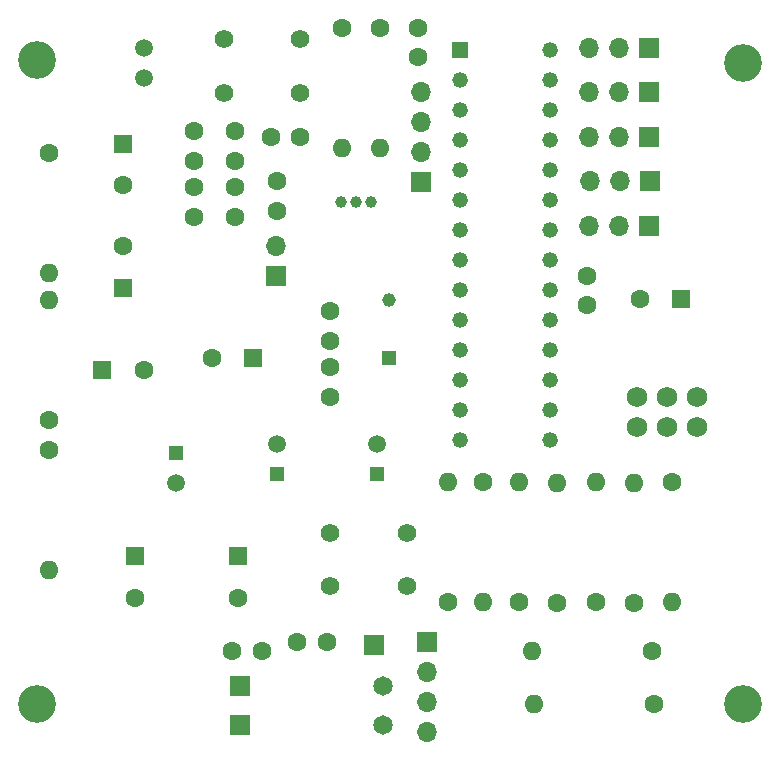
<source format=gbr>
%TF.GenerationSoftware,KiCad,Pcbnew,8.0.5*%
%TF.CreationDate,2024-09-27T23:03:38+12:00*%
%TF.ProjectId,LFR Blake Design 1,4c465220-426c-4616-9b65-204465736967,3*%
%TF.SameCoordinates,Original*%
%TF.FileFunction,Soldermask,Bot*%
%TF.FilePolarity,Negative*%
%FSLAX46Y46*%
G04 Gerber Fmt 4.6, Leading zero omitted, Abs format (unit mm)*
G04 Created by KiCad (PCBNEW 8.0.5) date 2024-09-27 23:03:38*
%MOMM*%
%LPD*%
G01*
G04 APERTURE LIST*
%ADD10C,1.600000*%
%ADD11R,1.600000X1.600000*%
%ADD12R,1.700000X1.700000*%
%ADD13O,1.700000X1.700000*%
%ADD14R,1.200000X1.200000*%
%ADD15C,1.500000*%
%ADD16R,1.651000X1.651000*%
%ADD17C,1.651000*%
%ADD18O,1.600000X1.600000*%
%ADD19C,3.200000*%
%ADD20C,1.575000*%
%ADD21R,1.155000X1.155000*%
%ADD22C,1.155000*%
%ADD23R,1.320800X1.320800*%
%ADD24C,1.320800*%
%ADD25C,1.000000*%
%ADD26C,1.752600*%
G04 APERTURE END LIST*
D10*
%TO.C,C19*%
X155250000Y-114250000D03*
X152750000Y-114250000D03*
%TD*%
D11*
%TO.C,EC17*%
X154500000Y-89500000D03*
D10*
X151000000Y-89500000D03*
%TD*%
D12*
%TO.C,J7*%
X188025000Y-78250000D03*
D13*
X185485000Y-78250000D03*
X182945000Y-78250000D03*
%TD*%
D14*
%TO.C,D2*%
X148000000Y-97500000D03*
D15*
X148000000Y-100040000D03*
%TD*%
D16*
%TO.C,D9*%
X153403300Y-120500000D03*
D17*
X165493700Y-120500000D03*
%TD*%
D10*
%TO.C,R2*%
X137250000Y-94750000D03*
D18*
X137250000Y-84590000D03*
%TD*%
D19*
%TO.C,H2*%
X196000000Y-64500000D03*
%TD*%
D10*
%TO.C,R4*%
X171000000Y-110160000D03*
D18*
X171000000Y-100000000D03*
%TD*%
D16*
%TO.C,D8*%
X153403300Y-117250000D03*
D17*
X165493700Y-117250000D03*
%TD*%
D19*
%TO.C,H4*%
X196000000Y-118750000D03*
%TD*%
D10*
%TO.C,C2*%
X156500000Y-77000000D03*
X156500000Y-74500000D03*
%TD*%
D11*
%TO.C,EC20*%
X153250000Y-106250000D03*
D10*
X153250000Y-109750000D03*
%TD*%
D11*
%TO.C,EC16*%
X143500000Y-71347349D03*
D10*
X143500000Y-74847349D03*
%TD*%
%TO.C,C5*%
X153000000Y-72750000D03*
X153000000Y-70250000D03*
%TD*%
%TO.C,R5*%
X177000000Y-110160000D03*
D18*
X177000000Y-100000000D03*
%TD*%
D10*
%TO.C,R9*%
X165250000Y-61500000D03*
D18*
X165250000Y-71660000D03*
%TD*%
D10*
%TO.C,R12*%
X174000000Y-100000000D03*
D18*
X174000000Y-110160000D03*
%TD*%
D19*
%TO.C,H1*%
X136250000Y-64250000D03*
%TD*%
D10*
%TO.C,R11*%
X190000000Y-100000000D03*
D18*
X190000000Y-110160000D03*
%TD*%
D20*
%TO.C,S1*%
X161000000Y-108750000D03*
X167500000Y-108750000D03*
X167500000Y-104250000D03*
X161000000Y-104250000D03*
%TD*%
D10*
%TO.C,R10*%
X183500000Y-110160000D03*
D18*
X183500000Y-100000000D03*
%TD*%
D10*
%TO.C,R8*%
X188250000Y-114250000D03*
D18*
X178090000Y-114250000D03*
%TD*%
D10*
%TO.C,R21*%
X180250000Y-110250000D03*
D18*
X180250000Y-100090000D03*
%TD*%
D10*
%TO.C,C7*%
X161000000Y-85500000D03*
X161000000Y-88000000D03*
%TD*%
%TO.C,Cm2*%
X149500000Y-72750000D03*
X149500000Y-70250000D03*
%TD*%
%TO.C,C9*%
X182750000Y-82500000D03*
X182750000Y-85000000D03*
%TD*%
D12*
%TO.C,J5*%
X188080000Y-74475000D03*
D13*
X185540000Y-74475000D03*
X183000000Y-74475000D03*
%TD*%
D12*
%TO.C,J6*%
X156475000Y-82500000D03*
D13*
X156475000Y-79960000D03*
%TD*%
D12*
%TO.C,J8*%
X164750000Y-113750000D03*
%TD*%
D10*
%TO.C,C3*%
X158500000Y-70750000D03*
X156000000Y-70750000D03*
%TD*%
D12*
%TO.C,J1*%
X169250000Y-113500000D03*
D13*
X169250000Y-116040000D03*
X169250000Y-118580000D03*
X169250000Y-121120000D03*
%TD*%
D10*
%TO.C,R7*%
X162000000Y-61500000D03*
D18*
X162000000Y-71660000D03*
%TD*%
D11*
%TO.C,EC4*%
X141750000Y-90500000D03*
D10*
X145250000Y-90500000D03*
%TD*%
%TO.C,C10*%
X160750000Y-113500000D03*
X158250000Y-113500000D03*
%TD*%
D12*
%TO.C,J3*%
X168750000Y-74580000D03*
D13*
X168750000Y-72040000D03*
X168750000Y-69500000D03*
X168750000Y-66960000D03*
%TD*%
D14*
%TO.C,D3*%
X156500000Y-99290000D03*
D15*
X156500000Y-96750000D03*
%TD*%
D10*
%TO.C,C24*%
X168500000Y-61500000D03*
X168500000Y-64000000D03*
%TD*%
D21*
%TO.C,Y1*%
X166000000Y-89440000D03*
D22*
X166000000Y-84560000D03*
%TD*%
D12*
%TO.C,J11*%
X188025000Y-63250000D03*
D13*
X185485000Y-63250000D03*
X182945000Y-63250000D03*
%TD*%
D10*
%TO.C,R3*%
X137250000Y-97250000D03*
D18*
X137250000Y-107410000D03*
%TD*%
D23*
%TO.C,IC1*%
X172033686Y-63388903D03*
D24*
X172033686Y-65928903D03*
X172033686Y-68468903D03*
X172033686Y-71008903D03*
X172033686Y-73548903D03*
X172033686Y-76088903D03*
X172033686Y-78628903D03*
X172033686Y-81168903D03*
X172033686Y-83708903D03*
X172033686Y-86248903D03*
X172033686Y-88788903D03*
X172033686Y-91328903D03*
X172033686Y-93868903D03*
X172033686Y-96408903D03*
X179653686Y-96408903D03*
X179653686Y-93868903D03*
X179653686Y-91328903D03*
X179653686Y-88788903D03*
X179653686Y-86248903D03*
X179653686Y-83708903D03*
X179653686Y-81168903D03*
X179653686Y-78628903D03*
X179653686Y-76088903D03*
X179653686Y-73548903D03*
X179653686Y-71008903D03*
X179653686Y-68468903D03*
X179653686Y-65928903D03*
X179653686Y-63388903D03*
%TD*%
D25*
%TO.C,IC2*%
X161960000Y-76250000D03*
X163230000Y-76250000D03*
X164500000Y-76250000D03*
%TD*%
D20*
%TO.C,S2*%
X152000000Y-67000000D03*
X158500000Y-67000000D03*
X158500000Y-62500000D03*
X152000000Y-62500000D03*
%TD*%
D11*
%TO.C,EC21*%
X144500000Y-106250000D03*
D10*
X144500000Y-109750000D03*
%TD*%
D15*
%TO.C,D1*%
X145250000Y-63210000D03*
X145250000Y-65750000D03*
%TD*%
D14*
%TO.C,D4*%
X165000000Y-99290000D03*
D15*
X165000000Y-96750000D03*
%TD*%
D11*
%TO.C,EC11*%
X190750000Y-84500000D03*
D10*
X187250000Y-84500000D03*
%TD*%
%TO.C,C8*%
X161000000Y-90250000D03*
X161000000Y-92750000D03*
%TD*%
D12*
%TO.C,J10*%
X188040000Y-66975000D03*
D13*
X185500000Y-66975000D03*
X182960000Y-66975000D03*
%TD*%
D10*
%TO.C,R1*%
X137250000Y-72090000D03*
D18*
X137250000Y-82250000D03*
%TD*%
D10*
%TO.C,R22*%
X186750000Y-110250000D03*
D18*
X186750000Y-100090000D03*
%TD*%
D11*
%TO.C,EC1*%
X143500000Y-83500000D03*
D10*
X143500000Y-80000000D03*
%TD*%
%TO.C,C14*%
X149500000Y-75000000D03*
X149500000Y-77500000D03*
%TD*%
D19*
%TO.C,H3*%
X136250000Y-118750000D03*
%TD*%
D10*
%TO.C,Cm1*%
X153000000Y-75000000D03*
X153000000Y-77500000D03*
%TD*%
%TO.C,R6*%
X188410000Y-118750000D03*
D18*
X178250000Y-118750000D03*
%TD*%
D12*
%TO.C,J9*%
X188040000Y-70725000D03*
D13*
X185500000Y-70725000D03*
X182960000Y-70725000D03*
%TD*%
D26*
%TO.C,J2*%
X187000000Y-95290000D03*
X187000000Y-92750000D03*
X189540000Y-95290000D03*
X189540000Y-92750000D03*
X192080000Y-95290000D03*
X192080000Y-92750000D03*
%TD*%
M02*

</source>
